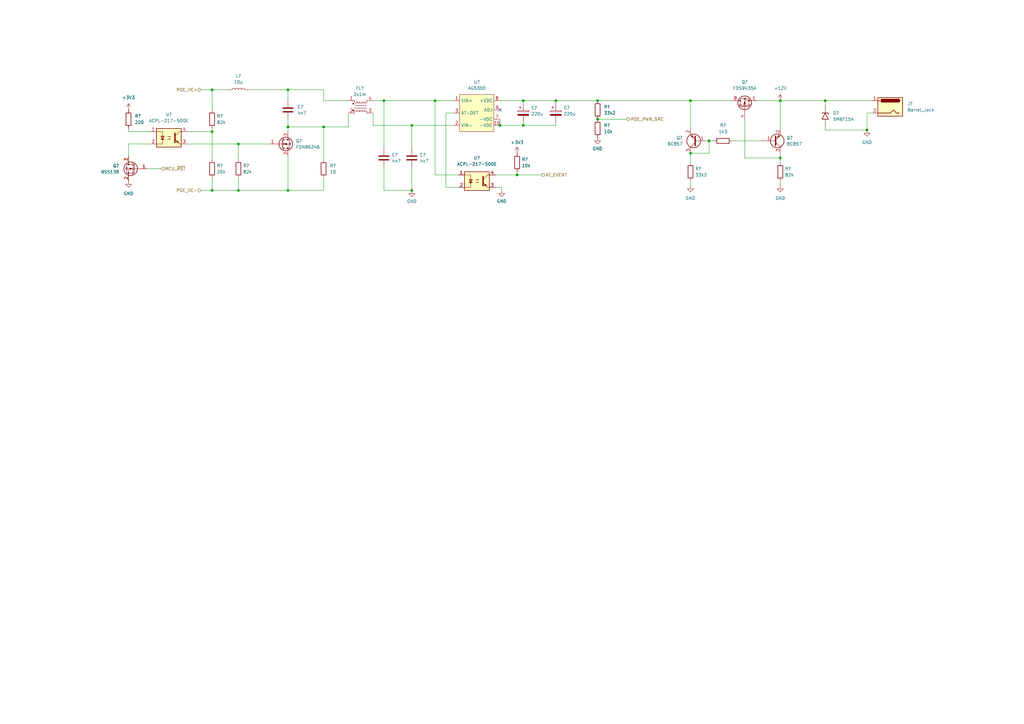
<source format=kicad_sch>
(kicad_sch (version 20211123) (generator eeschema)
  (paper "A3")
  (lib_symbols
    (symbol "Connector:Barrel_Jack" (pin_names (offset 1.016))
      (property "Reference" "J" (at 0 5.334 0))
      (property "Value" "Barrel_Jack" (at 0 -5.08 0))
      (symbol "Barrel_Jack_0_1"
        (rectangle (start -5.08 3.81) (end 5.08 -3.81) (stroke (width 0.254)) (fill (type background)))
        (arc (start -3.302 3.175) (mid -3.937 2.54) (end -3.302 1.905) (stroke (width 0.254)))
        (arc (start -3.302 3.175) (mid -3.937 2.54) (end -3.302 1.905) (stroke (width 0.254)) (fill (type outline)))
        (polyline (pts (xy 5.08 2.54) (xy 3.81 2.54)) (stroke (width 0.254)))
        (polyline (pts (xy -3.81 -2.54) (xy -2.54 -2.54) (xy -1.27 -1.27) (xy 0 -2.54) (xy 2.54 -2.54) (xy 5.08 -2.54)) (stroke (width 0.254)))
        (rectangle (start 3.683 3.175) (end -3.302 1.905) (stroke (width 0.254)) (fill (type outline)))
      )
      (symbol "Barrel_Jack_1_1"
        (pin passive line (at 7.62 2.54 180) (length 2.54) (name "~") (number "1"))
        (pin passive line (at 7.62 -2.54 180) (length 2.54) (name "~") (number "2"))
      )
    )
    (symbol "Device:C" (pin_numbers hide) (pin_names (offset 0.254))
      (property "Reference" "C" (at 0.635 2.54 0))
      (property "Value" "C" (at 0.635 -2.54 0))
      (symbol "C_0_1"
        (polyline (pts (xy -2.032 -0.762) (xy 2.032 -0.762)) (stroke (width 0.508)))
        (polyline (pts (xy -2.032 0.762) (xy 2.032 0.762)) (stroke (width 0.508)))
      )
      (symbol "C_1_1"
        (pin passive line (at 0 3.81 270) (length 2.794) (name "~") (number "1"))
        (pin passive line (at 0 -3.81 90) (length 2.794) (name "~") (number "2"))
      )
    )
    (symbol "Device:C_Polarized" (pin_numbers hide) (pin_names (offset 0.254))
      (property "Reference" "C" (at 0.635 2.54 0))
      (property "Value" "C_Polarized" (at 0.635 -2.54 0))
      (symbol "C_Polarized_0_1"
        (rectangle (start -2.286 0.508) (end 2.286 1.016))
        (polyline (pts (xy -1.778 2.286) (xy -0.762 2.286)))
        (polyline (pts (xy -1.27 2.794) (xy -1.27 1.778)))
        (rectangle (start 2.286 -0.508) (end -2.286 -1.016) (fill (type outline)))
      )
      (symbol "C_Polarized_1_1"
        (pin passive line (at 0 3.81 270) (length 2.794) (name "~") (number "1"))
        (pin passive line (at 0 -3.81 90) (length 2.794) (name "~") (number "2"))
      )
    )
    (symbol "Device:Filter_EMI_LL_1423" (pin_names hide)
      (property "Reference" "FL" (at 0 4.445 0))
      (property "Value" "Filter_EMI_LL_1423" (at 0 -4.445 0))
      (symbol "Filter_EMI_LL_1423_0_1"
        (circle (center -3.048 -1.27) (radius 0.254) (fill (type outline)))
        (circle (center -3.048 1.524) (radius 0.254) (fill (type outline)))
        (arc (start -2.54 2.032) (mid -2.032 1.524) (end -1.524 2.032))
        (arc (start -1.524 -2.032) (mid -2.032 -1.524) (end -2.54 -2.032))
        (arc (start -1.524 2.032) (mid -1.016 1.524) (end -0.508 2.032))
        (arc (start -0.508 -2.032) (mid -1.016 -1.524) (end -1.524 -2.032))
        (arc (start -0.508 2.032) (mid 0 1.524) (end 0.508 2.032))
        (polyline (pts (xy -2.54 -2.032) (xy -2.54 -2.54)))
        (polyline (pts (xy -2.54 0.508) (xy 2.54 0.508)))
        (polyline (pts (xy -2.54 2.032) (xy -2.54 2.54)))
        (polyline (pts (xy 2.54 -2.032) (xy 2.54 -2.54)))
        (polyline (pts (xy 2.54 -0.508) (xy -2.54 -0.508)))
        (polyline (pts (xy 2.54 2.54) (xy 2.54 2.032)))
        (arc (start 0.508 -2.032) (mid 0 -1.524) (end -0.508 -2.032))
        (arc (start 0.508 2.032) (mid 1.016 1.524) (end 1.524 2.032))
        (arc (start 1.524 -2.032) (mid 1.016 -1.524) (end 0.508 -2.032))
        (arc (start 1.524 2.032) (mid 2.032 1.524) (end 2.54 2.032))
        (arc (start 2.54 -2.032) (mid 2.032 -1.524) (end 1.524 -2.032))
      )
      (symbol "Filter_EMI_LL_1423_1_1"
        (pin passive line (at -5.08 -2.54 0) (length 2.54) (name "1") (number "1"))
        (pin passive line (at -5.08 2.54 0) (length 2.54) (name "2") (number "2"))
        (pin passive line (at 5.08 2.54 180) (length 2.54) (name "3") (number "3"))
        (pin passive line (at 5.08 -2.54 180) (length 2.54) (name "4") (number "4"))
      )
    )
    (symbol "Device:L" (pin_numbers hide) (pin_names (offset 1.016) hide)
      (property "Reference" "L" (at -1.27 0 90))
      (property "Value" "L" (at 1.905 0 90))
      (symbol "L_0_1"
        (arc (start 0 -2.54) (mid 0.635 -1.905) (end 0 -1.27))
        (arc (start 0 -1.27) (mid 0.635 -0.635) (end 0 0))
        (arc (start 0 0) (mid 0.635 0.635) (end 0 1.27))
        (arc (start 0 1.27) (mid 0.635 1.905) (end 0 2.54))
      )
      (symbol "L_1_1"
        (pin passive line (at 0 3.81 270) (length 1.27) (name "1") (number "1"))
        (pin passive line (at 0 -3.81 90) (length 1.27) (name "2") (number "2"))
      )
    )
    (symbol "Device:R" (pin_numbers hide) (pin_names (offset 0))
      (property "Reference" "R" (at 2.032 0 90))
      (property "Value" "R" (at 0 0 90))
      (symbol "R_0_1"
        (rectangle (start -1.016 -2.54) (end 1.016 2.54) (stroke (width 0.254)))
      )
      (symbol "R_1_1"
        (pin passive line (at 0 3.81 270) (length 1.27) (name "~") (number "1"))
        (pin passive line (at 0 -3.81 90) (length 1.27) (name "~") (number "2"))
      )
    )
    (symbol "Diode:SM6T15A" (pin_numbers hide) (pin_names (offset 1.016) hide)
      (property "Reference" "D" (at 0 2.54 0))
      (property "Value" "SM6T15A" (at 0 -2.54 0))
      (symbol "SM6T15A_0_1"
        (polyline (pts (xy -0.762 1.27) (xy -1.27 1.27) (xy -1.27 -1.27)) (stroke (width 0.254)))
        (polyline (pts (xy 1.27 1.27) (xy 1.27 -1.27) (xy -1.27 0) (xy 1.27 1.27)) (stroke (width 0.254)))
      )
      (symbol "SM6T15A_1_1"
        (pin passive line (at -3.81 0 0) (length 2.54) (name "A1") (number "1"))
        (pin passive line (at 3.81 0 180) (length 2.54) (name "A2") (number "2"))
      )
    )
    (symbol "Isolator:SFH617A-2X009T"
      (property "Reference" "U" (at -3.81 5.08 0))
      (property "Value" "SFH617A-2X009T" (at 0 -5.08 0))
      (symbol "SFH617A-2X009T_1_1"
        (rectangle (start -5.08 3.81) (end 5.08 -3.81) (stroke (width 0.254)) (fill (type background)))
        (polyline (pts (xy -3.175 -0.635) (xy -1.905 -0.635)) (stroke (width 0.254)))
        (polyline (pts (xy 2.54 0.635) (xy 4.445 2.54)))
        (polyline (pts (xy 4.445 -2.54) (xy 2.54 -0.635)) (fill (type outline)))
        (polyline (pts (xy 4.445 -2.54) (xy 5.08 -2.54)))
        (polyline (pts (xy 4.445 2.54) (xy 5.08 2.54)))
        (polyline (pts (xy -5.08 2.54) (xy -2.54 2.54) (xy -2.54 -0.762)))
        (polyline (pts (xy -2.54 -0.635) (xy -2.54 -2.54) (xy -5.08 -2.54)))
        (polyline (pts (xy 2.54 1.905) (xy 2.54 -1.905) (xy 2.54 -1.905)) (stroke (width 0.508)))
        (polyline (pts (xy -2.54 -0.635) (xy -3.175 0.635) (xy -1.905 0.635) (xy -2.54 -0.635)) (stroke (width 0.254)))
        (polyline (pts (xy -0.508 -0.508) (xy 0.762 -0.508) (xy 0.381 -0.635) (xy 0.381 -0.381) (xy 0.762 -0.508)))
        (polyline (pts (xy -0.508 0.508) (xy 0.762 0.508) (xy 0.381 0.381) (xy 0.381 0.635) (xy 0.762 0.508)))
        (polyline (pts (xy 3.048 -1.651) (xy 3.556 -1.143) (xy 4.064 -2.159) (xy 3.048 -1.651) (xy 3.048 -1.651)) (fill (type outline)))
        (pin passive line (at -7.62 2.54 0) (length 2.54) (name "~") (number "1"))
        (pin passive line (at -7.62 -2.54 0) (length 2.54) (name "~") (number "2"))
        (pin passive line (at 7.62 -2.54 180) (length 2.54) (name "~") (number "3"))
        (pin passive line (at 7.62 2.54 180) (length 2.54) (name "~") (number "4"))
      )
    )
    (symbol "Transistor_BJT:BC857" (pin_names (offset 0) hide)
      (property "Reference" "Q" (at 5.08 1.905 0))
      (property "Value" "BC857" (at 5.08 0 0))
      (symbol "BC857_0_1"
        (polyline (pts (xy 0.635 0.635) (xy 2.54 2.54)))
        (polyline (pts (xy 0.635 -0.635) (xy 2.54 -2.54) (xy 2.54 -2.54)))
        (polyline (pts (xy 0.635 1.905) (xy 0.635 -1.905) (xy 0.635 -1.905)) (stroke (width 0.508)))
        (polyline (pts (xy 2.286 -1.778) (xy 1.778 -2.286) (xy 1.27 -1.27) (xy 2.286 -1.778) (xy 2.286 -1.778)) (fill (type outline)))
        (circle (center 1.27 0) (radius 2.8194) (stroke (width 0.254)))
      )
      (symbol "BC857_1_1"
        (pin input line (at -5.08 0 0) (length 5.715) (name "B") (number "1"))
        (pin passive line (at 2.54 -5.08 90) (length 2.54) (name "E") (number "2"))
        (pin passive line (at 2.54 5.08 270) (length 2.54) (name "C") (number "3"))
      )
    )
    (symbol "Transistor_FET:BSS138" (pin_names hide)
      (property "Reference" "Q" (at 5.08 1.905 0))
      (property "Value" "BSS138" (at 5.08 0 0))
      (symbol "BSS138_0_1"
        (polyline (pts (xy 0.254 0) (xy -2.54 0)))
        (polyline (pts (xy 0.254 1.905) (xy 0.254 -1.905)) (stroke (width 0.254)))
        (polyline (pts (xy 0.762 -1.27) (xy 0.762 -2.286)) (stroke (width 0.254)))
        (polyline (pts (xy 0.762 0.508) (xy 0.762 -0.508)) (stroke (width 0.254)))
        (polyline (pts (xy 0.762 2.286) (xy 0.762 1.27)) (stroke (width 0.254)))
        (polyline (pts (xy 2.54 2.54) (xy 2.54 1.778)))
        (polyline (pts (xy 2.54 -2.54) (xy 2.54 0) (xy 0.762 0)))
        (polyline (pts (xy 0.762 -1.778) (xy 3.302 -1.778) (xy 3.302 1.778) (xy 0.762 1.778)))
        (polyline (pts (xy 1.016 0) (xy 2.032 0.381) (xy 2.032 -0.381) (xy 1.016 0)) (fill (type outline)))
        (polyline (pts (xy 2.794 0.508) (xy 2.921 0.381) (xy 3.683 0.381) (xy 3.81 0.254)))
        (polyline (pts (xy 3.302 0.381) (xy 2.921 -0.254) (xy 3.683 -0.254) (xy 3.302 0.381)))
        (circle (center 1.651 0) (radius 2.794) (stroke (width 0.254)))
        (circle (center 2.54 -1.778) (radius 0.254) (fill (type outline)))
        (circle (center 2.54 1.778) (radius 0.254) (fill (type outline)))
      )
      (symbol "BSS138_1_1"
        (pin input line (at -5.08 0 0) (length 2.54) (name "G") (number "1"))
        (pin passive line (at 2.54 -5.08 90) (length 2.54) (name "S") (number "2"))
        (pin passive line (at 2.54 5.08 270) (length 2.54) (name "D") (number "3"))
      )
    )
    (symbol "Transistor_FET:FDS9435A" (pin_names hide)
      (property "Reference" "Q" (at 5.08 1.905 0))
      (property "Value" "FDS9435A" (at 5.08 0 0))
      (symbol "FDS9435A_0_1"
        (polyline (pts (xy 0.254 0) (xy -2.54 0)))
        (polyline (pts (xy 0.254 1.905) (xy 0.254 -1.905)) (stroke (width 0.254)))
        (polyline (pts (xy 0.762 -1.27) (xy 0.762 -2.286)) (stroke (width 0.254)))
        (polyline (pts (xy 0.762 0.508) (xy 0.762 -0.508)) (stroke (width 0.254)))
        (polyline (pts (xy 0.762 2.286) (xy 0.762 1.27)) (stroke (width 0.254)))
        (polyline (pts (xy 2.54 2.54) (xy 2.54 1.778)))
        (polyline (pts (xy 2.54 -2.54) (xy 2.54 0) (xy 0.762 0)))
        (polyline (pts (xy 0.762 1.778) (xy 3.302 1.778) (xy 3.302 -1.778) (xy 0.762 -1.778)))
        (polyline (pts (xy 2.286 0) (xy 1.27 0.381) (xy 1.27 -0.381) (xy 2.286 0)) (fill (type outline)))
        (polyline (pts (xy 2.794 -0.508) (xy 2.921 -0.381) (xy 3.683 -0.381) (xy 3.81 -0.254)))
        (polyline (pts (xy 3.302 -0.381) (xy 2.921 0.254) (xy 3.683 0.254) (xy 3.302 -0.381)))
        (circle (center 1.651 0) (radius 2.794) (stroke (width 0.254)))
        (circle (center 2.54 -1.778) (radius 0.254) (fill (type outline)))
        (circle (center 2.54 1.778) (radius 0.254) (fill (type outline)))
      )
      (symbol "FDS9435A_1_1"
        (pin passive line (at 2.54 -5.08 90) (length 2.54) (name "S") (number "1"))
        (pin passive line (at 2.54 -5.08 90) (length 2.54) hide (name "S") (number "2"))
        (pin passive line (at 2.54 -5.08 90) (length 2.54) hide (name "S") (number "3"))
        (pin passive line (at -5.08 0 0) (length 2.54) (name "G") (number "4"))
        (pin passive line (at 2.54 5.08 270) (length 2.54) hide (name "D") (number "5"))
        (pin passive line (at 2.54 5.08 270) (length 2.54) hide (name "D") (number "6"))
        (pin passive line (at 2.54 5.08 270) (length 2.54) hide (name "D") (number "7"))
        (pin passive line (at 2.54 5.08 270) (length 2.54) (name "D") (number "8"))
      )
    )
    (symbol "kirdy:AG5300"
      (property "Reference" "U" (at 6.35 -6.35 0))
      (property "Value" "AG5300" (at -2.54 -6.35 0))
      (symbol "AG5300_0_0"
        (pin power_in line (at -8.89 7.62 0) (length 2.54) (name "VIN+") (number "1"))
        (pin power_out line (at 10.16 -2.54 180) (length 2.54) (name "-VDC") (number "10"))
        (pin power_in line (at -8.89 -2.54 0) (length 2.54) (name "VIN-") (number "2"))
        (pin output line (at -8.89 2.54 0) (length 2.54) (name "AT-DET") (number "3"))
        (pin no_connect line (at -0.635 5.715 90) (length 2.54) hide (name "NC") (number "4"))
        (pin no_connect line (at 0.635 5.715 90) (length 2.54) hide (name "NC") (number "5"))
        (pin no_connect line (at 1.905 5.715 90) (length 2.54) hide (name "NC") (number "6"))
        (pin power_out line (at 10.16 0 180) (length 2.54) (name "-VDC") (number "7"))
        (pin power_out line (at 10.16 7.62 180) (length 2.54) (name "+VDC") (number "8"))
        (pin input line (at 10.16 3.81 180) (length 2.54) (name "ADJ") (number "9"))
      )
      (symbol "AG5300_0_1"
        (rectangle (start -6.35 10.16) (end 7.62 -5.08) (fill (type background)))
      )
    )
    (symbol "power:+12V" (power) (pin_names (offset 0))
      (property "Value" "+12V" (at 0 3.556 0))
      (symbol "+12V_0_1"
        (polyline (pts (xy -0.762 1.27) (xy 0 2.54)))
        (polyline (pts (xy 0 0) (xy 0 2.54)))
        (polyline (pts (xy 0 2.54) (xy 0.762 1.27)))
      )
      (symbol "+12V_1_1"
        (pin power_in line (at 0 0 90) (length 0) hide (name "+12V") (number "1"))
      )
    )
    (symbol "power:+3V3" (power) (pin_names (offset 0))
      (property "Value" "+3V3" (at 0 3.556 0))
      (symbol "+3V3_0_1"
        (polyline (pts (xy -0.762 1.27) (xy 0 2.54)))
        (polyline (pts (xy 0 0) (xy 0 2.54)))
        (polyline (pts (xy 0 2.54) (xy 0.762 1.27)))
      )
      (symbol "+3V3_1_1"
        (pin power_in line (at 0 0 90) (length 0) hide (name "+3V3") (number "1"))
      )
    )
    (symbol "power:GND" (power) (pin_names (offset 0))
      (property "Value" "GND" (at 0 -3.81 0))
      (symbol "GND_0_1"
        (polyline (pts (xy 0 0) (xy 0 -1.27) (xy 1.27 -1.27) (xy 0 -2.54) (xy -1.27 -1.27) (xy 0 -1.27)))
      )
      (symbol "GND_1_1"
        (pin power_in line (at 0 0 270) (length 0) hide (name "GND") (number "1"))
      )
    )
  )
  (junction (at 320.04 64.77))
  (junction (at 97.79 59.055))
  (junction (at 118.11 52.07))
  (junction (at 86.995 78.105))
  (junction (at 132.715 52.07))
  (junction (at 290.83 57.785))
  (junction (at 168.91 78.105))
  (junction (at 245.11 48.895))
  (junction (at 355.6 53.34))
  (junction (at 86.995 53.975))
  (junction (at 118.11 78.105))
  (junction (at 178.435 41.275))
  (junction (at 157.48 41.275))
  (junction (at 118.11 36.83))
  (junction (at 245.11 41.275))
  (junction (at 283.21 41.275))
  (junction (at 214.63 41.275))
  (junction (at 227.965 41.275))
  (junction (at 214.63 51.435))
  (junction (at 338.455 41.275))
  (junction (at 86.995 36.83))
  (junction (at 212.09 71.755))
  (junction (at 97.79 78.105))
  (junction (at 283.21 62.865))
  (junction (at 168.91 51.435))
  (junction (at 320.04 41.275))
  (junction (at 205.105 51.435))
  (no_connect (at 205.105 45.085))
  (wire (pts (xy 101.6 36.83) (xy 118.11 36.83)))
  (wire (pts (xy 118.11 52.07) (xy 118.11 53.975)))
  (wire (pts (xy 142.875 41.275) (xy 132.715 41.275)))
  (wire (pts (xy 214.63 50.165) (xy 214.63 51.435)))
  (wire (pts (xy 76.835 59.055) (xy 97.79 59.055)))
  (wire (pts (xy 214.63 51.435) (xy 227.965 51.435)))
  (wire (pts (xy 60.325 69.215) (xy 66.04 69.215)))
  (wire (pts (xy 157.48 78.105) (xy 168.91 78.105)))
  (wire (pts (xy 132.715 52.07) (xy 132.715 65.405)))
  (wire (pts (xy 142.875 46.355) (xy 142.875 52.07)))
  (wire (pts (xy 205.105 48.895) (xy 205.105 51.435)))
  (wire (pts (xy 168.91 68.58) (xy 168.91 78.105)))
  (wire (pts (xy 338.455 41.275) (xy 357.505 41.275)))
  (wire (pts (xy 153.035 51.435) (xy 168.91 51.435)))
  (wire (pts (xy 310.515 41.275) (xy 320.04 41.275)))
  (wire (pts (xy 227.965 41.275) (xy 245.11 41.275)))
  (wire (pts (xy 82.55 78.105) (xy 86.995 78.105)))
  (wire (pts (xy 76.835 53.975) (xy 86.995 53.975)))
  (wire (pts (xy 205.105 51.435) (xy 214.63 51.435)))
  (wire (pts (xy 97.79 78.105) (xy 97.79 73.025)))
  (wire (pts (xy 118.11 52.07) (xy 132.715 52.07)))
  (wire (pts (xy 132.715 36.83) (xy 118.11 36.83)))
  (wire (pts (xy 86.995 45.085) (xy 86.995 36.83)))
  (wire (pts (xy 320.04 41.275) (xy 320.04 52.705)))
  (wire (pts (xy 132.715 78.105) (xy 118.11 78.105)))
  (wire (pts (xy 355.6 46.355) (xy 357.505 46.355)))
  (wire (pts (xy 338.455 51.435) (xy 338.455 53.34)))
  (wire (pts (xy 212.09 71.755) (xy 222.25 71.755)))
  (wire (pts (xy 86.995 78.105) (xy 97.79 78.105)))
  (wire (pts (xy 132.715 73.025) (xy 132.715 78.105)))
  (wire (pts (xy 227.965 41.275) (xy 227.965 42.545)))
  (wire (pts (xy 245.11 41.275) (xy 283.21 41.275)))
  (wire (pts (xy 153.035 46.355) (xy 153.035 51.435)))
  (wire (pts (xy 52.705 59.055) (xy 61.595 59.055)))
  (wire (pts (xy 203.2 76.835) (xy 205.74 76.835)))
  (wire (pts (xy 178.435 41.275) (xy 178.435 71.755)))
  (wire (pts (xy 118.11 78.105) (xy 97.79 78.105)))
  (wire (pts (xy 86.995 52.705) (xy 86.995 53.975)))
  (wire (pts (xy 86.995 36.83) (xy 93.98 36.83)))
  (wire (pts (xy 168.91 51.435) (xy 168.91 60.96)))
  (wire (pts (xy 205.74 76.835) (xy 205.74 78.105)))
  (wire (pts (xy 52.705 64.135) (xy 52.705 59.055)))
  (wire (pts (xy 320.04 41.275) (xy 338.455 41.275)))
  (wire (pts (xy 338.455 41.275) (xy 338.455 43.815)))
  (wire (pts (xy 118.11 36.83) (xy 118.11 41.275)))
  (wire (pts (xy 203.2 71.755) (xy 212.09 71.755)))
  (wire (pts (xy 182.88 76.835) (xy 187.96 76.835)))
  (wire (pts (xy 86.995 53.975) (xy 86.995 65.405)))
  (wire (pts (xy 290.83 57.785) (xy 292.735 57.785)))
  (wire (pts (xy 97.79 59.055) (xy 110.49 59.055)))
  (wire (pts (xy 52.705 52.705) (xy 52.705 53.975)))
  (wire (pts (xy 338.455 53.34) (xy 355.6 53.34)))
  (wire (pts (xy 283.21 62.865) (xy 283.21 66.675)))
  (wire (pts (xy 283.21 41.275) (xy 283.21 52.705)))
  (wire (pts (xy 97.79 59.055) (xy 97.79 65.405)))
  (wire (pts (xy 178.435 41.275) (xy 186.055 41.275)))
  (wire (pts (xy 86.995 73.025) (xy 86.995 78.105)))
  (wire (pts (xy 212.09 70.485) (xy 212.09 71.755)))
  (wire (pts (xy 305.435 48.895) (xy 305.435 64.77)))
  (wire (pts (xy 227.965 51.435) (xy 227.965 50.165)))
  (wire (pts (xy 214.63 41.275) (xy 214.63 42.545)))
  (wire (pts (xy 157.48 68.58) (xy 157.48 78.105)))
  (wire (pts (xy 355.6 53.34) (xy 355.6 46.355)))
  (wire (pts (xy 320.04 74.295) (xy 320.04 76.2)))
  (wire (pts (xy 283.21 74.295) (xy 283.21 76.2)))
  (wire (pts (xy 118.11 64.135) (xy 118.11 78.105)))
  (wire (pts (xy 283.21 62.865) (xy 290.83 62.865)))
  (wire (pts (xy 186.055 46.355) (xy 182.88 46.355)))
  (wire (pts (xy 142.875 52.07) (xy 132.715 52.07)))
  (wire (pts (xy 245.11 48.895) (xy 257.175 48.895)))
  (wire (pts (xy 168.91 51.435) (xy 186.055 51.435)))
  (wire (pts (xy 290.83 62.865) (xy 290.83 57.785)))
  (wire (pts (xy 178.435 71.755) (xy 187.96 71.755)))
  (wire (pts (xy 118.11 48.895) (xy 118.11 52.07)))
  (wire (pts (xy 214.63 41.275) (xy 227.965 41.275)))
  (wire (pts (xy 182.88 46.355) (xy 182.88 76.835)))
  (wire (pts (xy 132.715 41.275) (xy 132.715 36.83)))
  (wire (pts (xy 283.21 41.275) (xy 300.355 41.275)))
  (wire (pts (xy 157.48 41.275) (xy 178.435 41.275)))
  (wire (pts (xy 320.04 64.77) (xy 320.04 66.675)))
  (wire (pts (xy 305.435 64.77) (xy 320.04 64.77)))
  (wire (pts (xy 300.355 57.785) (xy 312.42 57.785)))
  (wire (pts (xy 82.55 36.83) (xy 86.995 36.83)))
  (wire (pts (xy 153.035 41.275) (xy 157.48 41.275)))
  (wire (pts (xy 52.705 53.975) (xy 61.595 53.975)))
  (wire (pts (xy 157.48 41.275) (xy 157.48 60.96)))
  (wire (pts (xy 320.04 62.865) (xy 320.04 64.77)))
  (wire (pts (xy 205.105 41.275) (xy 214.63 41.275)))
  (hierarchical_label "POE_PWR_SRC" (shape output) (at 257.175 48.895 0))
  (hierarchical_label "POE_VC+" (shape input) (at 82.55 36.83 180))
  (hierarchical_label "AT_EVENT" (shape output) (at 222.25 71.755 0))
  (hierarchical_label "POE_VC-" (shape input) (at 82.55 78.105 180))
  (hierarchical_label "MCU_~{RST}" (shape input) (at 66.04 69.215 0))
  (symbol (lib_id "Transistor_FET:BSS138") (at 115.57 59.055 0) (unit 1)
    (property "Reference" "Q?" (at 121.285 57.7849 0) (effects (justify left)))
    (property "Value" "FDN86246" (at 121.285 60.3249 0) (effects (justify left)))
    (property "Footprint" "Package_TO_SOT_SMD:SOT-23" (effects hide))
    (property "Datasheet" "https://www.onsemi.com/pub/Collateral/BSS138-D.PDF" (effects hide))
  )
  (symbol (lib_id "Device:R") (at 86.995 69.215 0) (unit 1)
    (property "Reference" "R?" (at 88.9 67.9449 0) (effects (justify left)))
    (property "Value" "20k" (at 88.9 70.4849 0) (effects (justify left)))
  )
  (symbol (lib_id "Device:L") (at 97.79 36.83 90) (unit 1)
    (property "Reference" "L?" (at 97.79 31.115 90))
    (property "Value" "10u" (at 97.79 33.655 90))
  )
  (symbol (lib_id "Isolator:SFH617A-2X009T") (at 69.215 56.515 0) (unit 1)
    (property "Reference" "U?" (at 69.215 46.99 0))
    (property "Value" "ACPL-217-500E" (at 69.215 49.53 0))
    (property "Footprint" "Package_DIP:SMDIP-4_W7.62mm" (effects hide))
    (property "Datasheet" "http://www.vishay.com/docs/83740/sfh617a.pdf" (effects hide))
  )
  (symbol (lib_id "Device:C") (at 118.11 45.085 0) (unit 1)
    (property "Reference" "C?" (at 121.92 43.8149 0) (effects (justify left)))
    (property "Value" "4n7" (at 121.92 46.3549 0) (effects (justify left)))
  )
  (symbol (lib_id "Device:R") (at 97.79 69.215 0) (unit 1)
    (property "Reference" "R?" (at 99.695 67.9449 0) (effects (justify left)))
    (property "Value" "82k" (at 99.695 70.4849 0) (effects (justify left)))
  )
  (symbol (lib_id "power:GND") (at 168.91 78.105 0) (unit 1)
    (property "Reference" "#PWR?" (effects hide))
    (property "Value" "GND" (at 168.91 82.55 0))
  )
  (symbol (lib_id "Device:C") (at 157.48 64.77 0) (unit 1)
    (property "Reference" "C?" (at 160.655 63.4999 0) (effects (justify left)))
    (property "Value" "4n7" (at 160.655 66.0399 0) (effects (justify left)))
  )
  (symbol (lib_id "power:GND") (at 355.6 53.34 0) (unit 1)
    (property "Reference" "#PWR?" (effects hide))
    (property "Value" "GND" (at 355.6 58.42 0))
  )
  (symbol (lib_id "power:GND") (at 320.04 76.2 0) (unit 1)
    (property "Reference" "#PWR?" (effects hide))
    (property "Value" "GND" (at 320.04 81.28 0))
  )
  (symbol (lib_id "power:GND") (at 205.74 78.105 0) (unit 1)
    (property "Reference" "#PWR?" (effects hide))
    (property "Value" "GND" (at 205.74 82.55 0))
  )
  (symbol (lib_id "power:+12V") (at 320.04 41.275 0) (unit 1)
    (property "Reference" "#PWR?" (effects hide))
    (property "Value" "+12V" (at 320.04 36.195 0))
  )
  (symbol (lib_id "power:GND") (at 283.21 76.2 0) (unit 1)
    (property "Reference" "#PWR?" (effects hide))
    (property "Value" "GND" (at 283.21 81.28 0))
  )
  (symbol (lib_id "Diode:SM6T15A") (at 338.455 47.625 270) (unit 1)
    (property "Reference" "D?" (at 341.63 46.3549 90) (effects (justify left)))
    (property "Value" "SM6T15A" (at 341.63 48.8949 90) (effects (justify left)))
    (property "Footprint" "Diode_SMD:D_SMB" (effects hide))
    (property "Datasheet" "https://www.st.com/resource/en/datasheet/sm6t.pdf" (effects hide))
  )
  (symbol (lib_id "power:+3V3") (at 52.705 45.085 0) (unit 1)
    (property "Reference" "#PWR?" (effects hide))
    (property "Value" "+3V3" (at 52.705 40.005 0))
  )
  (symbol (lib_id "Device:R") (at 245.11 45.085 0) (unit 1)
    (property "Reference" "R?" (at 247.65 43.8149 0) (effects (justify left)))
    (property "Value" "33k2" (at 247.65 46.3549 0) (effects (justify left)))
  )
  (symbol (lib_id "kirdy:AG5300") (at 194.945 48.895 0) (unit 1)
    (property "Reference" "U?" (at 195.58 33.655 0))
    (property "Value" "AG5300" (at 195.58 36.195 0))
    (property "Footprint" "kirdy:AG5300" (effects hide))
    (property "Datasheet" "https://silvertel.com/images/datasheets/Ag5300-datasheet-smallest-30W-Power-Over-Ethernet-Plus-Module-PoEplusPD.pdf" (effects hide))
  )
  (symbol (lib_id "power:GND") (at 52.705 74.295 0) (unit 1)
    (property "Reference" "#PWR?" (effects hide))
    (property "Value" "GND" (at 52.705 79.375 0))
  )
  (symbol (lib_id "Device:R") (at 296.545 57.785 90) (unit 1)
    (property "Reference" "R?" (at 296.545 51.435 90))
    (property "Value" "1k3" (at 296.545 53.975 90))
  )
  (symbol (lib_id "Device:C_Polarized") (at 227.965 46.355 0) (unit 1)
    (property "Reference" "C?" (at 231.14 44.1959 0) (effects (justify left)))
    (property "Value" "220u" (at 231.14 46.7359 0) (effects (justify left)))
  )
  (symbol (lib_id "Device:R") (at 283.21 70.485 0) (unit 1)
    (property "Reference" "R?" (at 285.115 69.2149 0) (effects (justify left)))
    (property "Value" "33k2" (at 285.115 71.7549 0) (effects (justify left)))
  )
  (symbol (lib_id "Device:R") (at 52.705 48.895 0) (unit 1)
    (property "Reference" "R?" (at 55.245 47.6249 0) (effects (justify left)))
    (property "Value" "220" (at 55.245 50.1649 0) (effects (justify left)))
  )
  (symbol (lib_id "Transistor_FET:BSS138") (at 55.245 69.215 0) (mirror y) (unit 1)
    (property "Reference" "Q?" (at 48.895 67.9449 0) (effects (justify left)))
    (property "Value" "BSS138" (at 48.895 70.4849 0) (effects (justify left)))
    (property "Footprint" "Package_TO_SOT_SMD:SOT-23" (effects hide))
    (property "Datasheet" "https://www.onsemi.com/pub/Collateral/BSS138-D.PDF" (effects hide))
  )
  (symbol (lib_id "Device:C_Polarized") (at 214.63 46.355 0) (unit 1)
    (property "Reference" "C?" (at 217.805 44.1959 0) (effects (justify left)))
    (property "Value" "220u" (at 217.805 46.7359 0) (effects (justify left)))
  )
  (symbol (lib_id "power:+3V3") (at 212.09 62.865 0) (unit 1)
    (property "Reference" "#PWR?" (effects hide))
    (property "Value" "+3V3" (at 212.09 58.42 0))
  )
  (symbol (lib_id "Device:R") (at 86.995 48.895 0) (unit 1)
    (property "Reference" "R?" (at 88.9 47.6249 0) (effects (justify left)))
    (property "Value" "82k" (at 88.9 50.1649 0) (effects (justify left)))
  )
  (symbol (lib_id "Device:R") (at 132.715 69.215 0) (unit 1)
    (property "Reference" "R?" (at 135.255 67.9449 0) (effects (justify left)))
    (property "Value" "10" (at 135.255 70.4849 0) (effects (justify left)))
  )
  (symbol (lib_id "Isolator:SFH617A-2X009T") (at 195.58 74.295 0) (unit 1)
    (property "Reference" "U?" (at 195.58 64.77 0))
    (property "Value" "ACPL-217-500E" (at 195.58 67.31 0))
    (property "Footprint" "Package_DIP:SMDIP-4_W7.62mm" (effects hide))
    (property "Datasheet" "http://www.vishay.com/docs/83740/sfh617a.pdf" (effects hide))
  )
  (symbol (lib_id "power:GND") (at 245.11 56.515 0) (unit 1)
    (property "Reference" "#PWR?" (effects hide))
    (property "Value" "GND" (at 245.11 60.96 0))
  )
  (symbol (lib_id "Transistor_BJT:BC857") (at 285.75 57.785 180) (unit 1)
    (property "Reference" "Q?" (at 280.035 56.5149 0) (effects (justify left)))
    (property "Value" "BC857" (at 280.035 59.0549 0) (effects (justify left)))
    (property "Footprint" "Package_TO_SOT_SMD:SOT-23" (effects hide))
    (property "Datasheet" "https://www.onsemi.com/pub/Collateral/BC860-D.pdf" (effects hide))
  )
  (symbol (lib_id "Device:R") (at 245.11 52.705 0) (unit 1)
    (property "Reference" "R?" (at 247.65 51.4349 0) (effects (justify left)))
    (property "Value" "10k" (at 247.65 53.9749 0) (effects (justify left)))
  )
  (symbol (lib_id "Device:R") (at 320.04 70.485 0) (unit 1)
    (property "Reference" "R?" (at 321.945 69.2149 0) (effects (justify left)))
    (property "Value" "82k" (at 321.945 71.7549 0) (effects (justify left)))
  )
  (symbol (lib_id "Device:R") (at 212.09 66.675 0) (unit 1)
    (property "Reference" "R?" (at 213.995 65.4049 0) (effects (justify left)))
    (property "Value" "10k" (at 213.995 67.9449 0) (effects (justify left)))
  )
  (symbol (lib_id "Device:Filter_EMI_LL_1423") (at 147.955 43.815 0) (mirror x) (unit 1)
    (property "Reference" "FL?" (at 147.574 36.195 0))
    (property "Value" "2x1m" (at 147.574 38.735 0))
  )
  (symbol (lib_id "Connector:Barrel_Jack") (at 365.125 43.815 0) (mirror y) (unit 1)
    (property "Reference" "J?" (at 372.11 42.5449 0) (effects (justify right)))
    (property "Value" "Barrel_Jack" (at 372.11 45.0849 0) (effects (justify right)))
  )
  (symbol (lib_id "Transistor_FET:FDS9435A") (at 305.435 43.815 90) (unit 1)
    (property "Reference" "Q?" (at 305.435 33.655 90))
    (property "Value" "FDS9435A" (at 305.435 36.195 90))
    (property "Footprint" "Package_SO:SOIC-8_3.9x4.9mm_P1.27mm" (effects hide))
    (property "Datasheet" "https://www.onsemi.com/pub/Collateral/FDS9435A-D.PDF" (effects hide))
  )
  (symbol (lib_id "Transistor_BJT:BC857") (at 317.5 57.785 0) (mirror x) (unit 1)
    (property "Reference" "Q?" (at 322.58 56.5149 0) (effects (justify left)))
    (property "Value" "BC857" (at 322.58 59.0549 0) (effects (justify left)))
    (property "Footprint" "Package_TO_SOT_SMD:SOT-23" (effects hide))
    (property "Datasheet" "https://www.onsemi.com/pub/Collateral/BC860-D.pdf" (effects hide))
  )
  (symbol (lib_id "Device:C") (at 168.91 64.77 0) (unit 1)
    (property "Reference" "C?" (at 172.085 63.4999 0) (effects (justify left)))
    (property "Value" "4n7" (at 172.085 66.0399 0) (effects (justify left)))
  )
)
</source>
